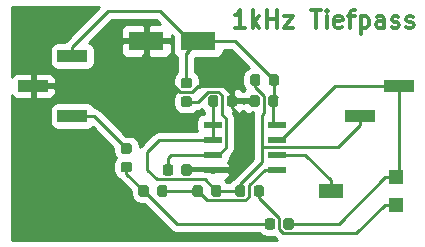
<source format=gbr>
G04 #@! TF.GenerationSoftware,KiCad,Pcbnew,5.0.0*
G04 #@! TF.CreationDate,2018-09-06T16:24:21+02:00*
G04 #@! TF.ProjectId,active_filter,6163746976655F66696C7465722E6B69,rev?*
G04 #@! TF.SameCoordinates,Original*
G04 #@! TF.FileFunction,Copper,L1,Top,Signal*
G04 #@! TF.FilePolarity,Positive*
%FSLAX46Y46*%
G04 Gerber Fmt 4.6, Leading zero omitted, Abs format (unit mm)*
G04 Created by KiCad (PCBNEW 5.0.0) date Thu Sep  6 16:24:21 2018*
%MOMM*%
%LPD*%
G01*
G04 APERTURE LIST*
G04 #@! TA.AperFunction,NonConductor*
%ADD10C,0.300000*%
G04 #@! TD*
G04 #@! TA.AperFunction,SMDPad,CuDef*
%ADD11R,1.550000X0.600000*%
G04 #@! TD*
G04 #@! TA.AperFunction,Conductor*
%ADD12C,0.100000*%
G04 #@! TD*
G04 #@! TA.AperFunction,SMDPad,CuDef*
%ADD13C,0.875000*%
G04 #@! TD*
G04 #@! TA.AperFunction,SMDPad,CuDef*
%ADD14R,3.000000X1.600000*%
G04 #@! TD*
G04 #@! TA.AperFunction,SMDPad,CuDef*
%ADD15R,2.510000X1.000000*%
G04 #@! TD*
G04 #@! TA.AperFunction,SMDPad,CuDef*
%ADD16R,1.300000X1.300000*%
G04 #@! TD*
G04 #@! TA.AperFunction,SMDPad,CuDef*
%ADD17R,2.000000X1.300000*%
G04 #@! TD*
G04 #@! TA.AperFunction,Conductor*
%ADD18C,0.250000*%
G04 #@! TD*
G04 #@! TA.AperFunction,Conductor*
%ADD19C,0.254000*%
G04 #@! TD*
G04 APERTURE END LIST*
D10*
X38243714Y-24300571D02*
X37386571Y-24300571D01*
X37815142Y-24300571D02*
X37815142Y-22800571D01*
X37672285Y-23014857D01*
X37529428Y-23157714D01*
X37386571Y-23229142D01*
X38886571Y-24300571D02*
X38886571Y-22800571D01*
X39029428Y-23729142D02*
X39458000Y-24300571D01*
X39458000Y-23300571D02*
X38886571Y-23872000D01*
X40100857Y-24300571D02*
X40100857Y-22800571D01*
X40100857Y-23514857D02*
X40958000Y-23514857D01*
X40958000Y-24300571D02*
X40958000Y-22800571D01*
X41529428Y-23300571D02*
X42315142Y-23300571D01*
X41529428Y-24300571D01*
X42315142Y-24300571D01*
X43815142Y-22800571D02*
X44672285Y-22800571D01*
X44243714Y-24300571D02*
X44243714Y-22800571D01*
X45172285Y-24300571D02*
X45172285Y-23300571D01*
X45172285Y-22800571D02*
X45100857Y-22872000D01*
X45172285Y-22943428D01*
X45243714Y-22872000D01*
X45172285Y-22800571D01*
X45172285Y-22943428D01*
X46458000Y-24229142D02*
X46315142Y-24300571D01*
X46029428Y-24300571D01*
X45886571Y-24229142D01*
X45815142Y-24086285D01*
X45815142Y-23514857D01*
X45886571Y-23372000D01*
X46029428Y-23300571D01*
X46315142Y-23300571D01*
X46458000Y-23372000D01*
X46529428Y-23514857D01*
X46529428Y-23657714D01*
X45815142Y-23800571D01*
X46958000Y-23300571D02*
X47529428Y-23300571D01*
X47172285Y-24300571D02*
X47172285Y-23014857D01*
X47243714Y-22872000D01*
X47386571Y-22800571D01*
X47529428Y-22800571D01*
X48029428Y-23300571D02*
X48029428Y-24800571D01*
X48029428Y-23372000D02*
X48172285Y-23300571D01*
X48458000Y-23300571D01*
X48600857Y-23372000D01*
X48672285Y-23443428D01*
X48743714Y-23586285D01*
X48743714Y-24014857D01*
X48672285Y-24157714D01*
X48600857Y-24229142D01*
X48458000Y-24300571D01*
X48172285Y-24300571D01*
X48029428Y-24229142D01*
X50029428Y-24300571D02*
X50029428Y-23514857D01*
X49958000Y-23372000D01*
X49815142Y-23300571D01*
X49529428Y-23300571D01*
X49386571Y-23372000D01*
X50029428Y-24229142D02*
X49886571Y-24300571D01*
X49529428Y-24300571D01*
X49386571Y-24229142D01*
X49315142Y-24086285D01*
X49315142Y-23943428D01*
X49386571Y-23800571D01*
X49529428Y-23729142D01*
X49886571Y-23729142D01*
X50029428Y-23657714D01*
X50672285Y-24229142D02*
X50815142Y-24300571D01*
X51100857Y-24300571D01*
X51243714Y-24229142D01*
X51315142Y-24086285D01*
X51315142Y-24014857D01*
X51243714Y-23872000D01*
X51100857Y-23800571D01*
X50886571Y-23800571D01*
X50743714Y-23729142D01*
X50672285Y-23586285D01*
X50672285Y-23514857D01*
X50743714Y-23372000D01*
X50886571Y-23300571D01*
X51100857Y-23300571D01*
X51243714Y-23372000D01*
X51886571Y-24229142D02*
X52029428Y-24300571D01*
X52315142Y-24300571D01*
X52457999Y-24229142D01*
X52529428Y-24086285D01*
X52529428Y-24014857D01*
X52457999Y-23872000D01*
X52315142Y-23800571D01*
X52100857Y-23800571D01*
X51957999Y-23729142D01*
X51886571Y-23586285D01*
X51886571Y-23514857D01*
X51957999Y-23372000D01*
X52100857Y-23300571D01*
X52315142Y-23300571D01*
X52457999Y-23372000D01*
D11*
G04 #@! TO.P,U1,1*
G04 #@! TO.N,REF*
X35527000Y-32512000D03*
G04 #@! TO.P,U1,2*
X35527000Y-33782000D03*
G04 #@! TO.P,U1,3*
G04 #@! TO.N,Net-(R5-Pad2)*
X35527000Y-35052000D03*
G04 #@! TO.P,U1,4*
G04 #@! TO.N,GND*
X35527000Y-36322000D03*
G04 #@! TO.P,U1,5*
G04 #@! TO.N,Net-(C2-Pad1)*
X40927000Y-36322000D03*
G04 #@! TO.P,U1,6*
G04 #@! TO.N,Net-(RV4-Pad2)*
X40927000Y-35052000D03*
G04 #@! TO.P,U1,7*
G04 #@! TO.N,OUT*
X40927000Y-33782000D03*
G04 #@! TO.P,U1,8*
G04 #@! TO.N,+10V*
X40927000Y-32512000D03*
G04 #@! TD*
D12*
G04 #@! TO.N,Net-(C2-Pad1)*
G04 #@! TO.C,C2*
G36*
X34479191Y-37626053D02*
X34500426Y-37629203D01*
X34521250Y-37634419D01*
X34541462Y-37641651D01*
X34560868Y-37650830D01*
X34579281Y-37661866D01*
X34596524Y-37674654D01*
X34612430Y-37689070D01*
X34626846Y-37704976D01*
X34639634Y-37722219D01*
X34650670Y-37740632D01*
X34659849Y-37760038D01*
X34667081Y-37780250D01*
X34672297Y-37801074D01*
X34675447Y-37822309D01*
X34676500Y-37843750D01*
X34676500Y-38356250D01*
X34675447Y-38377691D01*
X34672297Y-38398926D01*
X34667081Y-38419750D01*
X34659849Y-38439962D01*
X34650670Y-38459368D01*
X34639634Y-38477781D01*
X34626846Y-38495024D01*
X34612430Y-38510930D01*
X34596524Y-38525346D01*
X34579281Y-38538134D01*
X34560868Y-38549170D01*
X34541462Y-38558349D01*
X34521250Y-38565581D01*
X34500426Y-38570797D01*
X34479191Y-38573947D01*
X34457750Y-38575000D01*
X34020250Y-38575000D01*
X33998809Y-38573947D01*
X33977574Y-38570797D01*
X33956750Y-38565581D01*
X33936538Y-38558349D01*
X33917132Y-38549170D01*
X33898719Y-38538134D01*
X33881476Y-38525346D01*
X33865570Y-38510930D01*
X33851154Y-38495024D01*
X33838366Y-38477781D01*
X33827330Y-38459368D01*
X33818151Y-38439962D01*
X33810919Y-38419750D01*
X33805703Y-38398926D01*
X33802553Y-38377691D01*
X33801500Y-38356250D01*
X33801500Y-37843750D01*
X33802553Y-37822309D01*
X33805703Y-37801074D01*
X33810919Y-37780250D01*
X33818151Y-37760038D01*
X33827330Y-37740632D01*
X33838366Y-37722219D01*
X33851154Y-37704976D01*
X33865570Y-37689070D01*
X33881476Y-37674654D01*
X33898719Y-37661866D01*
X33917132Y-37650830D01*
X33936538Y-37641651D01*
X33956750Y-37634419D01*
X33977574Y-37629203D01*
X33998809Y-37626053D01*
X34020250Y-37625000D01*
X34457750Y-37625000D01*
X34479191Y-37626053D01*
X34479191Y-37626053D01*
G37*
D13*
G04 #@! TD*
G04 #@! TO.P,C2,1*
G04 #@! TO.N,Net-(C2-Pad1)*
X34239000Y-38100000D03*
D12*
G04 #@! TO.N,REF*
G04 #@! TO.C,C2*
G36*
X36054191Y-37626053D02*
X36075426Y-37629203D01*
X36096250Y-37634419D01*
X36116462Y-37641651D01*
X36135868Y-37650830D01*
X36154281Y-37661866D01*
X36171524Y-37674654D01*
X36187430Y-37689070D01*
X36201846Y-37704976D01*
X36214634Y-37722219D01*
X36225670Y-37740632D01*
X36234849Y-37760038D01*
X36242081Y-37780250D01*
X36247297Y-37801074D01*
X36250447Y-37822309D01*
X36251500Y-37843750D01*
X36251500Y-38356250D01*
X36250447Y-38377691D01*
X36247297Y-38398926D01*
X36242081Y-38419750D01*
X36234849Y-38439962D01*
X36225670Y-38459368D01*
X36214634Y-38477781D01*
X36201846Y-38495024D01*
X36187430Y-38510930D01*
X36171524Y-38525346D01*
X36154281Y-38538134D01*
X36135868Y-38549170D01*
X36116462Y-38558349D01*
X36096250Y-38565581D01*
X36075426Y-38570797D01*
X36054191Y-38573947D01*
X36032750Y-38575000D01*
X35595250Y-38575000D01*
X35573809Y-38573947D01*
X35552574Y-38570797D01*
X35531750Y-38565581D01*
X35511538Y-38558349D01*
X35492132Y-38549170D01*
X35473719Y-38538134D01*
X35456476Y-38525346D01*
X35440570Y-38510930D01*
X35426154Y-38495024D01*
X35413366Y-38477781D01*
X35402330Y-38459368D01*
X35393151Y-38439962D01*
X35385919Y-38419750D01*
X35380703Y-38398926D01*
X35377553Y-38377691D01*
X35376500Y-38356250D01*
X35376500Y-37843750D01*
X35377553Y-37822309D01*
X35380703Y-37801074D01*
X35385919Y-37780250D01*
X35393151Y-37760038D01*
X35402330Y-37740632D01*
X35413366Y-37722219D01*
X35426154Y-37704976D01*
X35440570Y-37689070D01*
X35456476Y-37674654D01*
X35473719Y-37661866D01*
X35492132Y-37650830D01*
X35511538Y-37641651D01*
X35531750Y-37634419D01*
X35552574Y-37629203D01*
X35573809Y-37626053D01*
X35595250Y-37625000D01*
X36032750Y-37625000D01*
X36054191Y-37626053D01*
X36054191Y-37626053D01*
G37*
D13*
G04 #@! TD*
G04 #@! TO.P,C2,2*
G04 #@! TO.N,REF*
X35814000Y-38100000D03*
D12*
G04 #@! TO.N,Net-(C1-Pad2)*
G04 #@! TO.C,C1*
G36*
X40600691Y-40420053D02*
X40621926Y-40423203D01*
X40642750Y-40428419D01*
X40662962Y-40435651D01*
X40682368Y-40444830D01*
X40700781Y-40455866D01*
X40718024Y-40468654D01*
X40733930Y-40483070D01*
X40748346Y-40498976D01*
X40761134Y-40516219D01*
X40772170Y-40534632D01*
X40781349Y-40554038D01*
X40788581Y-40574250D01*
X40793797Y-40595074D01*
X40796947Y-40616309D01*
X40798000Y-40637750D01*
X40798000Y-41150250D01*
X40796947Y-41171691D01*
X40793797Y-41192926D01*
X40788581Y-41213750D01*
X40781349Y-41233962D01*
X40772170Y-41253368D01*
X40761134Y-41271781D01*
X40748346Y-41289024D01*
X40733930Y-41304930D01*
X40718024Y-41319346D01*
X40700781Y-41332134D01*
X40682368Y-41343170D01*
X40662962Y-41352349D01*
X40642750Y-41359581D01*
X40621926Y-41364797D01*
X40600691Y-41367947D01*
X40579250Y-41369000D01*
X40141750Y-41369000D01*
X40120309Y-41367947D01*
X40099074Y-41364797D01*
X40078250Y-41359581D01*
X40058038Y-41352349D01*
X40038632Y-41343170D01*
X40020219Y-41332134D01*
X40002976Y-41319346D01*
X39987070Y-41304930D01*
X39972654Y-41289024D01*
X39959866Y-41271781D01*
X39948830Y-41253368D01*
X39939651Y-41233962D01*
X39932419Y-41213750D01*
X39927203Y-41192926D01*
X39924053Y-41171691D01*
X39923000Y-41150250D01*
X39923000Y-40637750D01*
X39924053Y-40616309D01*
X39927203Y-40595074D01*
X39932419Y-40574250D01*
X39939651Y-40554038D01*
X39948830Y-40534632D01*
X39959866Y-40516219D01*
X39972654Y-40498976D01*
X39987070Y-40483070D01*
X40002976Y-40468654D01*
X40020219Y-40455866D01*
X40038632Y-40444830D01*
X40058038Y-40435651D01*
X40078250Y-40428419D01*
X40099074Y-40423203D01*
X40120309Y-40420053D01*
X40141750Y-40419000D01*
X40579250Y-40419000D01*
X40600691Y-40420053D01*
X40600691Y-40420053D01*
G37*
D13*
G04 #@! TD*
G04 #@! TO.P,C1,2*
G04 #@! TO.N,Net-(C1-Pad2)*
X40360500Y-40894000D03*
D12*
G04 #@! TO.N,OUT*
G04 #@! TO.C,C1*
G36*
X42175691Y-40420053D02*
X42196926Y-40423203D01*
X42217750Y-40428419D01*
X42237962Y-40435651D01*
X42257368Y-40444830D01*
X42275781Y-40455866D01*
X42293024Y-40468654D01*
X42308930Y-40483070D01*
X42323346Y-40498976D01*
X42336134Y-40516219D01*
X42347170Y-40534632D01*
X42356349Y-40554038D01*
X42363581Y-40574250D01*
X42368797Y-40595074D01*
X42371947Y-40616309D01*
X42373000Y-40637750D01*
X42373000Y-41150250D01*
X42371947Y-41171691D01*
X42368797Y-41192926D01*
X42363581Y-41213750D01*
X42356349Y-41233962D01*
X42347170Y-41253368D01*
X42336134Y-41271781D01*
X42323346Y-41289024D01*
X42308930Y-41304930D01*
X42293024Y-41319346D01*
X42275781Y-41332134D01*
X42257368Y-41343170D01*
X42237962Y-41352349D01*
X42217750Y-41359581D01*
X42196926Y-41364797D01*
X42175691Y-41367947D01*
X42154250Y-41369000D01*
X41716750Y-41369000D01*
X41695309Y-41367947D01*
X41674074Y-41364797D01*
X41653250Y-41359581D01*
X41633038Y-41352349D01*
X41613632Y-41343170D01*
X41595219Y-41332134D01*
X41577976Y-41319346D01*
X41562070Y-41304930D01*
X41547654Y-41289024D01*
X41534866Y-41271781D01*
X41523830Y-41253368D01*
X41514651Y-41233962D01*
X41507419Y-41213750D01*
X41502203Y-41192926D01*
X41499053Y-41171691D01*
X41498000Y-41150250D01*
X41498000Y-40637750D01*
X41499053Y-40616309D01*
X41502203Y-40595074D01*
X41507419Y-40574250D01*
X41514651Y-40554038D01*
X41523830Y-40534632D01*
X41534866Y-40516219D01*
X41547654Y-40498976D01*
X41562070Y-40483070D01*
X41577976Y-40468654D01*
X41595219Y-40455866D01*
X41613632Y-40444830D01*
X41633038Y-40435651D01*
X41653250Y-40428419D01*
X41674074Y-40423203D01*
X41695309Y-40420053D01*
X41716750Y-40419000D01*
X42154250Y-40419000D01*
X42175691Y-40420053D01*
X42175691Y-40420053D01*
G37*
D13*
G04 #@! TD*
G04 #@! TO.P,C1,1*
G04 #@! TO.N,OUT*
X41935500Y-40894000D03*
D14*
G04 #@! TO.P,C10,1*
G04 #@! TO.N,+10V*
X34290000Y-25400000D03*
G04 #@! TO.P,C10,2*
G04 #@! TO.N,GND*
X29890000Y-25400000D03*
G04 #@! TD*
D12*
G04 #@! TO.N,+10V*
G04 #@! TO.C,C11*
G36*
X40880191Y-30006053D02*
X40901426Y-30009203D01*
X40922250Y-30014419D01*
X40942462Y-30021651D01*
X40961868Y-30030830D01*
X40980281Y-30041866D01*
X40997524Y-30054654D01*
X41013430Y-30069070D01*
X41027846Y-30084976D01*
X41040634Y-30102219D01*
X41051670Y-30120632D01*
X41060849Y-30140038D01*
X41068081Y-30160250D01*
X41073297Y-30181074D01*
X41076447Y-30202309D01*
X41077500Y-30223750D01*
X41077500Y-30736250D01*
X41076447Y-30757691D01*
X41073297Y-30778926D01*
X41068081Y-30799750D01*
X41060849Y-30819962D01*
X41051670Y-30839368D01*
X41040634Y-30857781D01*
X41027846Y-30875024D01*
X41013430Y-30890930D01*
X40997524Y-30905346D01*
X40980281Y-30918134D01*
X40961868Y-30929170D01*
X40942462Y-30938349D01*
X40922250Y-30945581D01*
X40901426Y-30950797D01*
X40880191Y-30953947D01*
X40858750Y-30955000D01*
X40421250Y-30955000D01*
X40399809Y-30953947D01*
X40378574Y-30950797D01*
X40357750Y-30945581D01*
X40337538Y-30938349D01*
X40318132Y-30929170D01*
X40299719Y-30918134D01*
X40282476Y-30905346D01*
X40266570Y-30890930D01*
X40252154Y-30875024D01*
X40239366Y-30857781D01*
X40228330Y-30839368D01*
X40219151Y-30819962D01*
X40211919Y-30799750D01*
X40206703Y-30778926D01*
X40203553Y-30757691D01*
X40202500Y-30736250D01*
X40202500Y-30223750D01*
X40203553Y-30202309D01*
X40206703Y-30181074D01*
X40211919Y-30160250D01*
X40219151Y-30140038D01*
X40228330Y-30120632D01*
X40239366Y-30102219D01*
X40252154Y-30084976D01*
X40266570Y-30069070D01*
X40282476Y-30054654D01*
X40299719Y-30041866D01*
X40318132Y-30030830D01*
X40337538Y-30021651D01*
X40357750Y-30014419D01*
X40378574Y-30009203D01*
X40399809Y-30006053D01*
X40421250Y-30005000D01*
X40858750Y-30005000D01*
X40880191Y-30006053D01*
X40880191Y-30006053D01*
G37*
D13*
G04 #@! TD*
G04 #@! TO.P,C11,1*
G04 #@! TO.N,+10V*
X40640000Y-30480000D03*
D12*
G04 #@! TO.N,GND*
G04 #@! TO.C,C11*
G36*
X39305191Y-30006053D02*
X39326426Y-30009203D01*
X39347250Y-30014419D01*
X39367462Y-30021651D01*
X39386868Y-30030830D01*
X39405281Y-30041866D01*
X39422524Y-30054654D01*
X39438430Y-30069070D01*
X39452846Y-30084976D01*
X39465634Y-30102219D01*
X39476670Y-30120632D01*
X39485849Y-30140038D01*
X39493081Y-30160250D01*
X39498297Y-30181074D01*
X39501447Y-30202309D01*
X39502500Y-30223750D01*
X39502500Y-30736250D01*
X39501447Y-30757691D01*
X39498297Y-30778926D01*
X39493081Y-30799750D01*
X39485849Y-30819962D01*
X39476670Y-30839368D01*
X39465634Y-30857781D01*
X39452846Y-30875024D01*
X39438430Y-30890930D01*
X39422524Y-30905346D01*
X39405281Y-30918134D01*
X39386868Y-30929170D01*
X39367462Y-30938349D01*
X39347250Y-30945581D01*
X39326426Y-30950797D01*
X39305191Y-30953947D01*
X39283750Y-30955000D01*
X38846250Y-30955000D01*
X38824809Y-30953947D01*
X38803574Y-30950797D01*
X38782750Y-30945581D01*
X38762538Y-30938349D01*
X38743132Y-30929170D01*
X38724719Y-30918134D01*
X38707476Y-30905346D01*
X38691570Y-30890930D01*
X38677154Y-30875024D01*
X38664366Y-30857781D01*
X38653330Y-30839368D01*
X38644151Y-30819962D01*
X38636919Y-30799750D01*
X38631703Y-30778926D01*
X38628553Y-30757691D01*
X38627500Y-30736250D01*
X38627500Y-30223750D01*
X38628553Y-30202309D01*
X38631703Y-30181074D01*
X38636919Y-30160250D01*
X38644151Y-30140038D01*
X38653330Y-30120632D01*
X38664366Y-30102219D01*
X38677154Y-30084976D01*
X38691570Y-30069070D01*
X38707476Y-30054654D01*
X38724719Y-30041866D01*
X38743132Y-30030830D01*
X38762538Y-30021651D01*
X38782750Y-30014419D01*
X38803574Y-30009203D01*
X38824809Y-30006053D01*
X38846250Y-30005000D01*
X39283750Y-30005000D01*
X39305191Y-30006053D01*
X39305191Y-30006053D01*
G37*
D13*
G04 #@! TD*
G04 #@! TO.P,C11,2*
G04 #@! TO.N,GND*
X39065000Y-30480000D03*
D12*
G04 #@! TO.N,+10V*
G04 #@! TO.C,C12*
G36*
X40931191Y-28228053D02*
X40952426Y-28231203D01*
X40973250Y-28236419D01*
X40993462Y-28243651D01*
X41012868Y-28252830D01*
X41031281Y-28263866D01*
X41048524Y-28276654D01*
X41064430Y-28291070D01*
X41078846Y-28306976D01*
X41091634Y-28324219D01*
X41102670Y-28342632D01*
X41111849Y-28362038D01*
X41119081Y-28382250D01*
X41124297Y-28403074D01*
X41127447Y-28424309D01*
X41128500Y-28445750D01*
X41128500Y-28958250D01*
X41127447Y-28979691D01*
X41124297Y-29000926D01*
X41119081Y-29021750D01*
X41111849Y-29041962D01*
X41102670Y-29061368D01*
X41091634Y-29079781D01*
X41078846Y-29097024D01*
X41064430Y-29112930D01*
X41048524Y-29127346D01*
X41031281Y-29140134D01*
X41012868Y-29151170D01*
X40993462Y-29160349D01*
X40973250Y-29167581D01*
X40952426Y-29172797D01*
X40931191Y-29175947D01*
X40909750Y-29177000D01*
X40472250Y-29177000D01*
X40450809Y-29175947D01*
X40429574Y-29172797D01*
X40408750Y-29167581D01*
X40388538Y-29160349D01*
X40369132Y-29151170D01*
X40350719Y-29140134D01*
X40333476Y-29127346D01*
X40317570Y-29112930D01*
X40303154Y-29097024D01*
X40290366Y-29079781D01*
X40279330Y-29061368D01*
X40270151Y-29041962D01*
X40262919Y-29021750D01*
X40257703Y-29000926D01*
X40254553Y-28979691D01*
X40253500Y-28958250D01*
X40253500Y-28445750D01*
X40254553Y-28424309D01*
X40257703Y-28403074D01*
X40262919Y-28382250D01*
X40270151Y-28362038D01*
X40279330Y-28342632D01*
X40290366Y-28324219D01*
X40303154Y-28306976D01*
X40317570Y-28291070D01*
X40333476Y-28276654D01*
X40350719Y-28263866D01*
X40369132Y-28252830D01*
X40388538Y-28243651D01*
X40408750Y-28236419D01*
X40429574Y-28231203D01*
X40450809Y-28228053D01*
X40472250Y-28227000D01*
X40909750Y-28227000D01*
X40931191Y-28228053D01*
X40931191Y-28228053D01*
G37*
D13*
G04 #@! TD*
G04 #@! TO.P,C12,1*
G04 #@! TO.N,+10V*
X40691000Y-28702000D03*
D12*
G04 #@! TO.N,REF*
G04 #@! TO.C,C12*
G36*
X39356191Y-28228053D02*
X39377426Y-28231203D01*
X39398250Y-28236419D01*
X39418462Y-28243651D01*
X39437868Y-28252830D01*
X39456281Y-28263866D01*
X39473524Y-28276654D01*
X39489430Y-28291070D01*
X39503846Y-28306976D01*
X39516634Y-28324219D01*
X39527670Y-28342632D01*
X39536849Y-28362038D01*
X39544081Y-28382250D01*
X39549297Y-28403074D01*
X39552447Y-28424309D01*
X39553500Y-28445750D01*
X39553500Y-28958250D01*
X39552447Y-28979691D01*
X39549297Y-29000926D01*
X39544081Y-29021750D01*
X39536849Y-29041962D01*
X39527670Y-29061368D01*
X39516634Y-29079781D01*
X39503846Y-29097024D01*
X39489430Y-29112930D01*
X39473524Y-29127346D01*
X39456281Y-29140134D01*
X39437868Y-29151170D01*
X39418462Y-29160349D01*
X39398250Y-29167581D01*
X39377426Y-29172797D01*
X39356191Y-29175947D01*
X39334750Y-29177000D01*
X38897250Y-29177000D01*
X38875809Y-29175947D01*
X38854574Y-29172797D01*
X38833750Y-29167581D01*
X38813538Y-29160349D01*
X38794132Y-29151170D01*
X38775719Y-29140134D01*
X38758476Y-29127346D01*
X38742570Y-29112930D01*
X38728154Y-29097024D01*
X38715366Y-29079781D01*
X38704330Y-29061368D01*
X38695151Y-29041962D01*
X38687919Y-29021750D01*
X38682703Y-29000926D01*
X38679553Y-28979691D01*
X38678500Y-28958250D01*
X38678500Y-28445750D01*
X38679553Y-28424309D01*
X38682703Y-28403074D01*
X38687919Y-28382250D01*
X38695151Y-28362038D01*
X38704330Y-28342632D01*
X38715366Y-28324219D01*
X38728154Y-28306976D01*
X38742570Y-28291070D01*
X38758476Y-28276654D01*
X38775719Y-28263866D01*
X38794132Y-28252830D01*
X38813538Y-28243651D01*
X38833750Y-28236419D01*
X38854574Y-28231203D01*
X38875809Y-28228053D01*
X38897250Y-28227000D01*
X39334750Y-28227000D01*
X39356191Y-28228053D01*
X39356191Y-28228053D01*
G37*
D13*
G04 #@! TD*
G04 #@! TO.P,C12,2*
G04 #@! TO.N,REF*
X39116000Y-28702000D03*
D12*
G04 #@! TO.N,GND*
G04 #@! TO.C,C13*
G36*
X37375191Y-30006053D02*
X37396426Y-30009203D01*
X37417250Y-30014419D01*
X37437462Y-30021651D01*
X37456868Y-30030830D01*
X37475281Y-30041866D01*
X37492524Y-30054654D01*
X37508430Y-30069070D01*
X37522846Y-30084976D01*
X37535634Y-30102219D01*
X37546670Y-30120632D01*
X37555849Y-30140038D01*
X37563081Y-30160250D01*
X37568297Y-30181074D01*
X37571447Y-30202309D01*
X37572500Y-30223750D01*
X37572500Y-30736250D01*
X37571447Y-30757691D01*
X37568297Y-30778926D01*
X37563081Y-30799750D01*
X37555849Y-30819962D01*
X37546670Y-30839368D01*
X37535634Y-30857781D01*
X37522846Y-30875024D01*
X37508430Y-30890930D01*
X37492524Y-30905346D01*
X37475281Y-30918134D01*
X37456868Y-30929170D01*
X37437462Y-30938349D01*
X37417250Y-30945581D01*
X37396426Y-30950797D01*
X37375191Y-30953947D01*
X37353750Y-30955000D01*
X36916250Y-30955000D01*
X36894809Y-30953947D01*
X36873574Y-30950797D01*
X36852750Y-30945581D01*
X36832538Y-30938349D01*
X36813132Y-30929170D01*
X36794719Y-30918134D01*
X36777476Y-30905346D01*
X36761570Y-30890930D01*
X36747154Y-30875024D01*
X36734366Y-30857781D01*
X36723330Y-30839368D01*
X36714151Y-30819962D01*
X36706919Y-30799750D01*
X36701703Y-30778926D01*
X36698553Y-30757691D01*
X36697500Y-30736250D01*
X36697500Y-30223750D01*
X36698553Y-30202309D01*
X36701703Y-30181074D01*
X36706919Y-30160250D01*
X36714151Y-30140038D01*
X36723330Y-30120632D01*
X36734366Y-30102219D01*
X36747154Y-30084976D01*
X36761570Y-30069070D01*
X36777476Y-30054654D01*
X36794719Y-30041866D01*
X36813132Y-30030830D01*
X36832538Y-30021651D01*
X36852750Y-30014419D01*
X36873574Y-30009203D01*
X36894809Y-30006053D01*
X36916250Y-30005000D01*
X37353750Y-30005000D01*
X37375191Y-30006053D01*
X37375191Y-30006053D01*
G37*
D13*
G04 #@! TD*
G04 #@! TO.P,C13,2*
G04 #@! TO.N,GND*
X37135000Y-30480000D03*
D12*
G04 #@! TO.N,REF*
G04 #@! TO.C,C13*
G36*
X35800191Y-30006053D02*
X35821426Y-30009203D01*
X35842250Y-30014419D01*
X35862462Y-30021651D01*
X35881868Y-30030830D01*
X35900281Y-30041866D01*
X35917524Y-30054654D01*
X35933430Y-30069070D01*
X35947846Y-30084976D01*
X35960634Y-30102219D01*
X35971670Y-30120632D01*
X35980849Y-30140038D01*
X35988081Y-30160250D01*
X35993297Y-30181074D01*
X35996447Y-30202309D01*
X35997500Y-30223750D01*
X35997500Y-30736250D01*
X35996447Y-30757691D01*
X35993297Y-30778926D01*
X35988081Y-30799750D01*
X35980849Y-30819962D01*
X35971670Y-30839368D01*
X35960634Y-30857781D01*
X35947846Y-30875024D01*
X35933430Y-30890930D01*
X35917524Y-30905346D01*
X35900281Y-30918134D01*
X35881868Y-30929170D01*
X35862462Y-30938349D01*
X35842250Y-30945581D01*
X35821426Y-30950797D01*
X35800191Y-30953947D01*
X35778750Y-30955000D01*
X35341250Y-30955000D01*
X35319809Y-30953947D01*
X35298574Y-30950797D01*
X35277750Y-30945581D01*
X35257538Y-30938349D01*
X35238132Y-30929170D01*
X35219719Y-30918134D01*
X35202476Y-30905346D01*
X35186570Y-30890930D01*
X35172154Y-30875024D01*
X35159366Y-30857781D01*
X35148330Y-30839368D01*
X35139151Y-30819962D01*
X35131919Y-30799750D01*
X35126703Y-30778926D01*
X35123553Y-30757691D01*
X35122500Y-30736250D01*
X35122500Y-30223750D01*
X35123553Y-30202309D01*
X35126703Y-30181074D01*
X35131919Y-30160250D01*
X35139151Y-30140038D01*
X35148330Y-30120632D01*
X35159366Y-30102219D01*
X35172154Y-30084976D01*
X35186570Y-30069070D01*
X35202476Y-30054654D01*
X35219719Y-30041866D01*
X35238132Y-30030830D01*
X35257538Y-30021651D01*
X35277750Y-30014419D01*
X35298574Y-30009203D01*
X35319809Y-30006053D01*
X35341250Y-30005000D01*
X35778750Y-30005000D01*
X35800191Y-30006053D01*
X35800191Y-30006053D01*
G37*
D13*
G04 #@! TD*
G04 #@! TO.P,C13,1*
G04 #@! TO.N,REF*
X35560000Y-30480000D03*
D15*
G04 #@! TO.P,J1,2*
G04 #@! TO.N,GND*
X20320000Y-29210000D03*
G04 #@! TO.P,J1,1*
G04 #@! TO.N,+10V*
X23630000Y-26670000D03*
G04 #@! TO.P,J1,3*
G04 #@! TO.N,IN*
X23630000Y-31750000D03*
G04 #@! TD*
G04 #@! TO.P,J2,2*
G04 #@! TO.N,REF*
X48006000Y-31750000D03*
G04 #@! TO.P,J2,1*
G04 #@! TO.N,OUT*
X51316000Y-29210000D03*
G04 #@! TD*
D12*
G04 #@! TO.N,Net-(C1-Pad2)*
G04 #@! TO.C,R1*
G36*
X28471691Y-35631553D02*
X28492926Y-35634703D01*
X28513750Y-35639919D01*
X28533962Y-35647151D01*
X28553368Y-35656330D01*
X28571781Y-35667366D01*
X28589024Y-35680154D01*
X28604930Y-35694570D01*
X28619346Y-35710476D01*
X28632134Y-35727719D01*
X28643170Y-35746132D01*
X28652349Y-35765538D01*
X28659581Y-35785750D01*
X28664797Y-35806574D01*
X28667947Y-35827809D01*
X28669000Y-35849250D01*
X28669000Y-36286750D01*
X28667947Y-36308191D01*
X28664797Y-36329426D01*
X28659581Y-36350250D01*
X28652349Y-36370462D01*
X28643170Y-36389868D01*
X28632134Y-36408281D01*
X28619346Y-36425524D01*
X28604930Y-36441430D01*
X28589024Y-36455846D01*
X28571781Y-36468634D01*
X28553368Y-36479670D01*
X28533962Y-36488849D01*
X28513750Y-36496081D01*
X28492926Y-36501297D01*
X28471691Y-36504447D01*
X28450250Y-36505500D01*
X27937750Y-36505500D01*
X27916309Y-36504447D01*
X27895074Y-36501297D01*
X27874250Y-36496081D01*
X27854038Y-36488849D01*
X27834632Y-36479670D01*
X27816219Y-36468634D01*
X27798976Y-36455846D01*
X27783070Y-36441430D01*
X27768654Y-36425524D01*
X27755866Y-36408281D01*
X27744830Y-36389868D01*
X27735651Y-36370462D01*
X27728419Y-36350250D01*
X27723203Y-36329426D01*
X27720053Y-36308191D01*
X27719000Y-36286750D01*
X27719000Y-35849250D01*
X27720053Y-35827809D01*
X27723203Y-35806574D01*
X27728419Y-35785750D01*
X27735651Y-35765538D01*
X27744830Y-35746132D01*
X27755866Y-35727719D01*
X27768654Y-35710476D01*
X27783070Y-35694570D01*
X27798976Y-35680154D01*
X27816219Y-35667366D01*
X27834632Y-35656330D01*
X27854038Y-35647151D01*
X27874250Y-35639919D01*
X27895074Y-35634703D01*
X27916309Y-35631553D01*
X27937750Y-35630500D01*
X28450250Y-35630500D01*
X28471691Y-35631553D01*
X28471691Y-35631553D01*
G37*
D13*
G04 #@! TD*
G04 #@! TO.P,R1,2*
G04 #@! TO.N,Net-(C1-Pad2)*
X28194000Y-36068000D03*
D12*
G04 #@! TO.N,IN*
G04 #@! TO.C,R1*
G36*
X28471691Y-34056553D02*
X28492926Y-34059703D01*
X28513750Y-34064919D01*
X28533962Y-34072151D01*
X28553368Y-34081330D01*
X28571781Y-34092366D01*
X28589024Y-34105154D01*
X28604930Y-34119570D01*
X28619346Y-34135476D01*
X28632134Y-34152719D01*
X28643170Y-34171132D01*
X28652349Y-34190538D01*
X28659581Y-34210750D01*
X28664797Y-34231574D01*
X28667947Y-34252809D01*
X28669000Y-34274250D01*
X28669000Y-34711750D01*
X28667947Y-34733191D01*
X28664797Y-34754426D01*
X28659581Y-34775250D01*
X28652349Y-34795462D01*
X28643170Y-34814868D01*
X28632134Y-34833281D01*
X28619346Y-34850524D01*
X28604930Y-34866430D01*
X28589024Y-34880846D01*
X28571781Y-34893634D01*
X28553368Y-34904670D01*
X28533962Y-34913849D01*
X28513750Y-34921081D01*
X28492926Y-34926297D01*
X28471691Y-34929447D01*
X28450250Y-34930500D01*
X27937750Y-34930500D01*
X27916309Y-34929447D01*
X27895074Y-34926297D01*
X27874250Y-34921081D01*
X27854038Y-34913849D01*
X27834632Y-34904670D01*
X27816219Y-34893634D01*
X27798976Y-34880846D01*
X27783070Y-34866430D01*
X27768654Y-34850524D01*
X27755866Y-34833281D01*
X27744830Y-34814868D01*
X27735651Y-34795462D01*
X27728419Y-34775250D01*
X27723203Y-34754426D01*
X27720053Y-34733191D01*
X27719000Y-34711750D01*
X27719000Y-34274250D01*
X27720053Y-34252809D01*
X27723203Y-34231574D01*
X27728419Y-34210750D01*
X27735651Y-34190538D01*
X27744830Y-34171132D01*
X27755866Y-34152719D01*
X27768654Y-34135476D01*
X27783070Y-34119570D01*
X27798976Y-34105154D01*
X27816219Y-34092366D01*
X27834632Y-34081330D01*
X27854038Y-34072151D01*
X27874250Y-34064919D01*
X27895074Y-34059703D01*
X27916309Y-34056553D01*
X27937750Y-34055500D01*
X28450250Y-34055500D01*
X28471691Y-34056553D01*
X28471691Y-34056553D01*
G37*
D13*
G04 #@! TD*
G04 #@! TO.P,R1,1*
G04 #@! TO.N,IN*
X28194000Y-34493000D03*
D12*
G04 #@! TO.N,Net-(C1-Pad2)*
G04 #@! TO.C,R2*
G36*
X29907191Y-37626053D02*
X29928426Y-37629203D01*
X29949250Y-37634419D01*
X29969462Y-37641651D01*
X29988868Y-37650830D01*
X30007281Y-37661866D01*
X30024524Y-37674654D01*
X30040430Y-37689070D01*
X30054846Y-37704976D01*
X30067634Y-37722219D01*
X30078670Y-37740632D01*
X30087849Y-37760038D01*
X30095081Y-37780250D01*
X30100297Y-37801074D01*
X30103447Y-37822309D01*
X30104500Y-37843750D01*
X30104500Y-38356250D01*
X30103447Y-38377691D01*
X30100297Y-38398926D01*
X30095081Y-38419750D01*
X30087849Y-38439962D01*
X30078670Y-38459368D01*
X30067634Y-38477781D01*
X30054846Y-38495024D01*
X30040430Y-38510930D01*
X30024524Y-38525346D01*
X30007281Y-38538134D01*
X29988868Y-38549170D01*
X29969462Y-38558349D01*
X29949250Y-38565581D01*
X29928426Y-38570797D01*
X29907191Y-38573947D01*
X29885750Y-38575000D01*
X29448250Y-38575000D01*
X29426809Y-38573947D01*
X29405574Y-38570797D01*
X29384750Y-38565581D01*
X29364538Y-38558349D01*
X29345132Y-38549170D01*
X29326719Y-38538134D01*
X29309476Y-38525346D01*
X29293570Y-38510930D01*
X29279154Y-38495024D01*
X29266366Y-38477781D01*
X29255330Y-38459368D01*
X29246151Y-38439962D01*
X29238919Y-38419750D01*
X29233703Y-38398926D01*
X29230553Y-38377691D01*
X29229500Y-38356250D01*
X29229500Y-37843750D01*
X29230553Y-37822309D01*
X29233703Y-37801074D01*
X29238919Y-37780250D01*
X29246151Y-37760038D01*
X29255330Y-37740632D01*
X29266366Y-37722219D01*
X29279154Y-37704976D01*
X29293570Y-37689070D01*
X29309476Y-37674654D01*
X29326719Y-37661866D01*
X29345132Y-37650830D01*
X29364538Y-37641651D01*
X29384750Y-37634419D01*
X29405574Y-37629203D01*
X29426809Y-37626053D01*
X29448250Y-37625000D01*
X29885750Y-37625000D01*
X29907191Y-37626053D01*
X29907191Y-37626053D01*
G37*
D13*
G04 #@! TD*
G04 #@! TO.P,R2,1*
G04 #@! TO.N,Net-(C1-Pad2)*
X29667000Y-38100000D03*
D12*
G04 #@! TO.N,Net-(C2-Pad1)*
G04 #@! TO.C,R2*
G36*
X31482191Y-37626053D02*
X31503426Y-37629203D01*
X31524250Y-37634419D01*
X31544462Y-37641651D01*
X31563868Y-37650830D01*
X31582281Y-37661866D01*
X31599524Y-37674654D01*
X31615430Y-37689070D01*
X31629846Y-37704976D01*
X31642634Y-37722219D01*
X31653670Y-37740632D01*
X31662849Y-37760038D01*
X31670081Y-37780250D01*
X31675297Y-37801074D01*
X31678447Y-37822309D01*
X31679500Y-37843750D01*
X31679500Y-38356250D01*
X31678447Y-38377691D01*
X31675297Y-38398926D01*
X31670081Y-38419750D01*
X31662849Y-38439962D01*
X31653670Y-38459368D01*
X31642634Y-38477781D01*
X31629846Y-38495024D01*
X31615430Y-38510930D01*
X31599524Y-38525346D01*
X31582281Y-38538134D01*
X31563868Y-38549170D01*
X31544462Y-38558349D01*
X31524250Y-38565581D01*
X31503426Y-38570797D01*
X31482191Y-38573947D01*
X31460750Y-38575000D01*
X31023250Y-38575000D01*
X31001809Y-38573947D01*
X30980574Y-38570797D01*
X30959750Y-38565581D01*
X30939538Y-38558349D01*
X30920132Y-38549170D01*
X30901719Y-38538134D01*
X30884476Y-38525346D01*
X30868570Y-38510930D01*
X30854154Y-38495024D01*
X30841366Y-38477781D01*
X30830330Y-38459368D01*
X30821151Y-38439962D01*
X30813919Y-38419750D01*
X30808703Y-38398926D01*
X30805553Y-38377691D01*
X30804500Y-38356250D01*
X30804500Y-37843750D01*
X30805553Y-37822309D01*
X30808703Y-37801074D01*
X30813919Y-37780250D01*
X30821151Y-37760038D01*
X30830330Y-37740632D01*
X30841366Y-37722219D01*
X30854154Y-37704976D01*
X30868570Y-37689070D01*
X30884476Y-37674654D01*
X30901719Y-37661866D01*
X30920132Y-37650830D01*
X30939538Y-37641651D01*
X30959750Y-37634419D01*
X30980574Y-37629203D01*
X31001809Y-37626053D01*
X31023250Y-37625000D01*
X31460750Y-37625000D01*
X31482191Y-37626053D01*
X31482191Y-37626053D01*
G37*
D13*
G04 #@! TD*
G04 #@! TO.P,R2,2*
G04 #@! TO.N,Net-(C2-Pad1)*
X31242000Y-38100000D03*
D12*
G04 #@! TO.N,Net-(R3-Pad1)*
G04 #@! TO.C,R3*
G36*
X39661191Y-37626053D02*
X39682426Y-37629203D01*
X39703250Y-37634419D01*
X39723462Y-37641651D01*
X39742868Y-37650830D01*
X39761281Y-37661866D01*
X39778524Y-37674654D01*
X39794430Y-37689070D01*
X39808846Y-37704976D01*
X39821634Y-37722219D01*
X39832670Y-37740632D01*
X39841849Y-37760038D01*
X39849081Y-37780250D01*
X39854297Y-37801074D01*
X39857447Y-37822309D01*
X39858500Y-37843750D01*
X39858500Y-38356250D01*
X39857447Y-38377691D01*
X39854297Y-38398926D01*
X39849081Y-38419750D01*
X39841849Y-38439962D01*
X39832670Y-38459368D01*
X39821634Y-38477781D01*
X39808846Y-38495024D01*
X39794430Y-38510930D01*
X39778524Y-38525346D01*
X39761281Y-38538134D01*
X39742868Y-38549170D01*
X39723462Y-38558349D01*
X39703250Y-38565581D01*
X39682426Y-38570797D01*
X39661191Y-38573947D01*
X39639750Y-38575000D01*
X39202250Y-38575000D01*
X39180809Y-38573947D01*
X39159574Y-38570797D01*
X39138750Y-38565581D01*
X39118538Y-38558349D01*
X39099132Y-38549170D01*
X39080719Y-38538134D01*
X39063476Y-38525346D01*
X39047570Y-38510930D01*
X39033154Y-38495024D01*
X39020366Y-38477781D01*
X39009330Y-38459368D01*
X39000151Y-38439962D01*
X38992919Y-38419750D01*
X38987703Y-38398926D01*
X38984553Y-38377691D01*
X38983500Y-38356250D01*
X38983500Y-37843750D01*
X38984553Y-37822309D01*
X38987703Y-37801074D01*
X38992919Y-37780250D01*
X39000151Y-37760038D01*
X39009330Y-37740632D01*
X39020366Y-37722219D01*
X39033154Y-37704976D01*
X39047570Y-37689070D01*
X39063476Y-37674654D01*
X39080719Y-37661866D01*
X39099132Y-37650830D01*
X39118538Y-37641651D01*
X39138750Y-37634419D01*
X39159574Y-37629203D01*
X39180809Y-37626053D01*
X39202250Y-37625000D01*
X39639750Y-37625000D01*
X39661191Y-37626053D01*
X39661191Y-37626053D01*
G37*
D13*
G04 #@! TD*
G04 #@! TO.P,R3,1*
G04 #@! TO.N,Net-(R3-Pad1)*
X39421000Y-38100000D03*
D12*
G04 #@! TO.N,REF*
G04 #@! TO.C,R3*
G36*
X38086191Y-37626053D02*
X38107426Y-37629203D01*
X38128250Y-37634419D01*
X38148462Y-37641651D01*
X38167868Y-37650830D01*
X38186281Y-37661866D01*
X38203524Y-37674654D01*
X38219430Y-37689070D01*
X38233846Y-37704976D01*
X38246634Y-37722219D01*
X38257670Y-37740632D01*
X38266849Y-37760038D01*
X38274081Y-37780250D01*
X38279297Y-37801074D01*
X38282447Y-37822309D01*
X38283500Y-37843750D01*
X38283500Y-38356250D01*
X38282447Y-38377691D01*
X38279297Y-38398926D01*
X38274081Y-38419750D01*
X38266849Y-38439962D01*
X38257670Y-38459368D01*
X38246634Y-38477781D01*
X38233846Y-38495024D01*
X38219430Y-38510930D01*
X38203524Y-38525346D01*
X38186281Y-38538134D01*
X38167868Y-38549170D01*
X38148462Y-38558349D01*
X38128250Y-38565581D01*
X38107426Y-38570797D01*
X38086191Y-38573947D01*
X38064750Y-38575000D01*
X37627250Y-38575000D01*
X37605809Y-38573947D01*
X37584574Y-38570797D01*
X37563750Y-38565581D01*
X37543538Y-38558349D01*
X37524132Y-38549170D01*
X37505719Y-38538134D01*
X37488476Y-38525346D01*
X37472570Y-38510930D01*
X37458154Y-38495024D01*
X37445366Y-38477781D01*
X37434330Y-38459368D01*
X37425151Y-38439962D01*
X37417919Y-38419750D01*
X37412703Y-38398926D01*
X37409553Y-38377691D01*
X37408500Y-38356250D01*
X37408500Y-37843750D01*
X37409553Y-37822309D01*
X37412703Y-37801074D01*
X37417919Y-37780250D01*
X37425151Y-37760038D01*
X37434330Y-37740632D01*
X37445366Y-37722219D01*
X37458154Y-37704976D01*
X37472570Y-37689070D01*
X37488476Y-37674654D01*
X37505719Y-37661866D01*
X37524132Y-37650830D01*
X37543538Y-37641651D01*
X37563750Y-37634419D01*
X37584574Y-37629203D01*
X37605809Y-37626053D01*
X37627250Y-37625000D01*
X38064750Y-37625000D01*
X38086191Y-37626053D01*
X38086191Y-37626053D01*
G37*
D13*
G04 #@! TD*
G04 #@! TO.P,R3,2*
G04 #@! TO.N,REF*
X37846000Y-38100000D03*
D12*
G04 #@! TO.N,+10V*
G04 #@! TO.C,R5*
G36*
X33551691Y-28519553D02*
X33572926Y-28522703D01*
X33593750Y-28527919D01*
X33613962Y-28535151D01*
X33633368Y-28544330D01*
X33651781Y-28555366D01*
X33669024Y-28568154D01*
X33684930Y-28582570D01*
X33699346Y-28598476D01*
X33712134Y-28615719D01*
X33723170Y-28634132D01*
X33732349Y-28653538D01*
X33739581Y-28673750D01*
X33744797Y-28694574D01*
X33747947Y-28715809D01*
X33749000Y-28737250D01*
X33749000Y-29174750D01*
X33747947Y-29196191D01*
X33744797Y-29217426D01*
X33739581Y-29238250D01*
X33732349Y-29258462D01*
X33723170Y-29277868D01*
X33712134Y-29296281D01*
X33699346Y-29313524D01*
X33684930Y-29329430D01*
X33669024Y-29343846D01*
X33651781Y-29356634D01*
X33633368Y-29367670D01*
X33613962Y-29376849D01*
X33593750Y-29384081D01*
X33572926Y-29389297D01*
X33551691Y-29392447D01*
X33530250Y-29393500D01*
X33017750Y-29393500D01*
X32996309Y-29392447D01*
X32975074Y-29389297D01*
X32954250Y-29384081D01*
X32934038Y-29376849D01*
X32914632Y-29367670D01*
X32896219Y-29356634D01*
X32878976Y-29343846D01*
X32863070Y-29329430D01*
X32848654Y-29313524D01*
X32835866Y-29296281D01*
X32824830Y-29277868D01*
X32815651Y-29258462D01*
X32808419Y-29238250D01*
X32803203Y-29217426D01*
X32800053Y-29196191D01*
X32799000Y-29174750D01*
X32799000Y-28737250D01*
X32800053Y-28715809D01*
X32803203Y-28694574D01*
X32808419Y-28673750D01*
X32815651Y-28653538D01*
X32824830Y-28634132D01*
X32835866Y-28615719D01*
X32848654Y-28598476D01*
X32863070Y-28582570D01*
X32878976Y-28568154D01*
X32896219Y-28555366D01*
X32914632Y-28544330D01*
X32934038Y-28535151D01*
X32954250Y-28527919D01*
X32975074Y-28522703D01*
X32996309Y-28519553D01*
X33017750Y-28518500D01*
X33530250Y-28518500D01*
X33551691Y-28519553D01*
X33551691Y-28519553D01*
G37*
D13*
G04 #@! TD*
G04 #@! TO.P,R5,1*
G04 #@! TO.N,+10V*
X33274000Y-28956000D03*
D12*
G04 #@! TO.N,Net-(R5-Pad2)*
G04 #@! TO.C,R5*
G36*
X33551691Y-30094553D02*
X33572926Y-30097703D01*
X33593750Y-30102919D01*
X33613962Y-30110151D01*
X33633368Y-30119330D01*
X33651781Y-30130366D01*
X33669024Y-30143154D01*
X33684930Y-30157570D01*
X33699346Y-30173476D01*
X33712134Y-30190719D01*
X33723170Y-30209132D01*
X33732349Y-30228538D01*
X33739581Y-30248750D01*
X33744797Y-30269574D01*
X33747947Y-30290809D01*
X33749000Y-30312250D01*
X33749000Y-30749750D01*
X33747947Y-30771191D01*
X33744797Y-30792426D01*
X33739581Y-30813250D01*
X33732349Y-30833462D01*
X33723170Y-30852868D01*
X33712134Y-30871281D01*
X33699346Y-30888524D01*
X33684930Y-30904430D01*
X33669024Y-30918846D01*
X33651781Y-30931634D01*
X33633368Y-30942670D01*
X33613962Y-30951849D01*
X33593750Y-30959081D01*
X33572926Y-30964297D01*
X33551691Y-30967447D01*
X33530250Y-30968500D01*
X33017750Y-30968500D01*
X32996309Y-30967447D01*
X32975074Y-30964297D01*
X32954250Y-30959081D01*
X32934038Y-30951849D01*
X32914632Y-30942670D01*
X32896219Y-30931634D01*
X32878976Y-30918846D01*
X32863070Y-30904430D01*
X32848654Y-30888524D01*
X32835866Y-30871281D01*
X32824830Y-30852868D01*
X32815651Y-30833462D01*
X32808419Y-30813250D01*
X32803203Y-30792426D01*
X32800053Y-30771191D01*
X32799000Y-30749750D01*
X32799000Y-30312250D01*
X32800053Y-30290809D01*
X32803203Y-30269574D01*
X32808419Y-30248750D01*
X32815651Y-30228538D01*
X32824830Y-30209132D01*
X32835866Y-30190719D01*
X32848654Y-30173476D01*
X32863070Y-30157570D01*
X32878976Y-30143154D01*
X32896219Y-30130366D01*
X32914632Y-30119330D01*
X32934038Y-30110151D01*
X32954250Y-30102919D01*
X32975074Y-30097703D01*
X32996309Y-30094553D01*
X33017750Y-30093500D01*
X33530250Y-30093500D01*
X33551691Y-30094553D01*
X33551691Y-30094553D01*
G37*
D13*
G04 #@! TD*
G04 #@! TO.P,R5,2*
G04 #@! TO.N,Net-(R5-Pad2)*
X33274000Y-30531000D03*
D12*
G04 #@! TO.N,GND*
G04 #@! TO.C,R6*
G36*
X33539691Y-35848053D02*
X33560926Y-35851203D01*
X33581750Y-35856419D01*
X33601962Y-35863651D01*
X33621368Y-35872830D01*
X33639781Y-35883866D01*
X33657024Y-35896654D01*
X33672930Y-35911070D01*
X33687346Y-35926976D01*
X33700134Y-35944219D01*
X33711170Y-35962632D01*
X33720349Y-35982038D01*
X33727581Y-36002250D01*
X33732797Y-36023074D01*
X33735947Y-36044309D01*
X33737000Y-36065750D01*
X33737000Y-36578250D01*
X33735947Y-36599691D01*
X33732797Y-36620926D01*
X33727581Y-36641750D01*
X33720349Y-36661962D01*
X33711170Y-36681368D01*
X33700134Y-36699781D01*
X33687346Y-36717024D01*
X33672930Y-36732930D01*
X33657024Y-36747346D01*
X33639781Y-36760134D01*
X33621368Y-36771170D01*
X33601962Y-36780349D01*
X33581750Y-36787581D01*
X33560926Y-36792797D01*
X33539691Y-36795947D01*
X33518250Y-36797000D01*
X33080750Y-36797000D01*
X33059309Y-36795947D01*
X33038074Y-36792797D01*
X33017250Y-36787581D01*
X32997038Y-36780349D01*
X32977632Y-36771170D01*
X32959219Y-36760134D01*
X32941976Y-36747346D01*
X32926070Y-36732930D01*
X32911654Y-36717024D01*
X32898866Y-36699781D01*
X32887830Y-36681368D01*
X32878651Y-36661962D01*
X32871419Y-36641750D01*
X32866203Y-36620926D01*
X32863053Y-36599691D01*
X32862000Y-36578250D01*
X32862000Y-36065750D01*
X32863053Y-36044309D01*
X32866203Y-36023074D01*
X32871419Y-36002250D01*
X32878651Y-35982038D01*
X32887830Y-35962632D01*
X32898866Y-35944219D01*
X32911654Y-35926976D01*
X32926070Y-35911070D01*
X32941976Y-35896654D01*
X32959219Y-35883866D01*
X32977632Y-35872830D01*
X32997038Y-35863651D01*
X33017250Y-35856419D01*
X33038074Y-35851203D01*
X33059309Y-35848053D01*
X33080750Y-35847000D01*
X33518250Y-35847000D01*
X33539691Y-35848053D01*
X33539691Y-35848053D01*
G37*
D13*
G04 #@! TD*
G04 #@! TO.P,R6,2*
G04 #@! TO.N,GND*
X33299500Y-36322000D03*
D12*
G04 #@! TO.N,Net-(R5-Pad2)*
G04 #@! TO.C,R6*
G36*
X31964691Y-35848053D02*
X31985926Y-35851203D01*
X32006750Y-35856419D01*
X32026962Y-35863651D01*
X32046368Y-35872830D01*
X32064781Y-35883866D01*
X32082024Y-35896654D01*
X32097930Y-35911070D01*
X32112346Y-35926976D01*
X32125134Y-35944219D01*
X32136170Y-35962632D01*
X32145349Y-35982038D01*
X32152581Y-36002250D01*
X32157797Y-36023074D01*
X32160947Y-36044309D01*
X32162000Y-36065750D01*
X32162000Y-36578250D01*
X32160947Y-36599691D01*
X32157797Y-36620926D01*
X32152581Y-36641750D01*
X32145349Y-36661962D01*
X32136170Y-36681368D01*
X32125134Y-36699781D01*
X32112346Y-36717024D01*
X32097930Y-36732930D01*
X32082024Y-36747346D01*
X32064781Y-36760134D01*
X32046368Y-36771170D01*
X32026962Y-36780349D01*
X32006750Y-36787581D01*
X31985926Y-36792797D01*
X31964691Y-36795947D01*
X31943250Y-36797000D01*
X31505750Y-36797000D01*
X31484309Y-36795947D01*
X31463074Y-36792797D01*
X31442250Y-36787581D01*
X31422038Y-36780349D01*
X31402632Y-36771170D01*
X31384219Y-36760134D01*
X31366976Y-36747346D01*
X31351070Y-36732930D01*
X31336654Y-36717024D01*
X31323866Y-36699781D01*
X31312830Y-36681368D01*
X31303651Y-36661962D01*
X31296419Y-36641750D01*
X31291203Y-36620926D01*
X31288053Y-36599691D01*
X31287000Y-36578250D01*
X31287000Y-36065750D01*
X31288053Y-36044309D01*
X31291203Y-36023074D01*
X31296419Y-36002250D01*
X31303651Y-35982038D01*
X31312830Y-35962632D01*
X31323866Y-35944219D01*
X31336654Y-35926976D01*
X31351070Y-35911070D01*
X31366976Y-35896654D01*
X31384219Y-35883866D01*
X31402632Y-35872830D01*
X31422038Y-35863651D01*
X31442250Y-35856419D01*
X31463074Y-35851203D01*
X31484309Y-35848053D01*
X31505750Y-35847000D01*
X31943250Y-35847000D01*
X31964691Y-35848053D01*
X31964691Y-35848053D01*
G37*
D13*
G04 #@! TD*
G04 #@! TO.P,R6,1*
G04 #@! TO.N,Net-(R5-Pad2)*
X31724500Y-36322000D03*
D16*
G04 #@! TO.P,RV4,1*
G04 #@! TO.N,OUT*
X51010000Y-36950000D03*
D17*
G04 #@! TO.P,RV4,2*
G04 #@! TO.N,Net-(RV4-Pad2)*
X45510000Y-38100000D03*
D16*
G04 #@! TO.P,RV4,3*
G04 #@! TO.N,Net-(R3-Pad1)*
X51010000Y-39250000D03*
G04 #@! TD*
D18*
G04 #@! TO.N,IN*
X25451000Y-31750000D02*
X28194000Y-34493000D01*
X23630000Y-31750000D02*
X25451000Y-31750000D01*
G04 #@! TO.N,Net-(C1-Pad2)*
X28194000Y-36627000D02*
X29667000Y-38100000D01*
X28194000Y-36068000D02*
X28194000Y-36627000D01*
X29667000Y-38100000D02*
X32207000Y-40640000D01*
X32461000Y-40894000D02*
X32207000Y-40640000D01*
X40360500Y-40894000D02*
X32461000Y-40894000D01*
G04 #@! TO.N,OUT*
X49811000Y-29210000D02*
X51316000Y-29210000D01*
X45889002Y-29210000D02*
X49811000Y-29210000D01*
X41317002Y-33782000D02*
X45889002Y-29210000D01*
X40927000Y-33782000D02*
X41317002Y-33782000D01*
X51316000Y-36644000D02*
X51010000Y-36950000D01*
X51316000Y-29210000D02*
X51316000Y-36644000D01*
X50110000Y-36950000D02*
X46166000Y-40894000D01*
X51010000Y-36950000D02*
X50110000Y-36950000D01*
X41935500Y-40894000D02*
X46166000Y-40894000D01*
G04 #@! TO.N,Net-(C2-Pad1)*
X31242000Y-38100000D02*
X34239000Y-38100000D01*
X35039010Y-38900010D02*
X34700612Y-38561612D01*
X38289984Y-38900010D02*
X35039010Y-38900010D01*
X38608510Y-38581484D02*
X38289984Y-38900010D01*
X38608510Y-37615490D02*
X38608510Y-38581484D01*
X39902000Y-36322000D02*
X38608510Y-37615490D01*
X34700612Y-38561612D02*
X34239000Y-38100000D01*
X40927000Y-36322000D02*
X39902000Y-36322000D01*
G04 #@! TO.N,REF*
X35560000Y-32479000D02*
X35527000Y-32512000D01*
X35560000Y-30480000D02*
X35560000Y-32479000D01*
X35527000Y-32512000D02*
X35527000Y-33782000D01*
X34502000Y-33782000D02*
X35527000Y-33782000D01*
X35814000Y-38100000D02*
X37846000Y-38100000D01*
X47251000Y-31750000D02*
X48006000Y-31750000D01*
X34836010Y-37122010D02*
X30772010Y-37122010D01*
X35814000Y-38100000D02*
X34836010Y-37122010D01*
X30772010Y-37122010D02*
X29972000Y-36322000D01*
X29972000Y-36322000D02*
X29972000Y-34798000D01*
X30988000Y-33782000D02*
X35527000Y-33782000D01*
X29972000Y-34798000D02*
X30988000Y-33782000D01*
X37846000Y-37525000D02*
X39693999Y-35677001D01*
X37846000Y-38100000D02*
X37846000Y-37525000D01*
X39877490Y-30048496D02*
X39877490Y-31496510D01*
X39116000Y-28702000D02*
X39116000Y-29287006D01*
X39116000Y-29287006D02*
X39877490Y-30048496D01*
X39877490Y-31496510D02*
X39693999Y-31680001D01*
X39811000Y-34407001D02*
X39693999Y-34290000D01*
X48006000Y-32500000D02*
X46098999Y-34407001D01*
X48006000Y-31750000D02*
X48006000Y-32500000D01*
X39693999Y-31680001D02*
X39693999Y-34290000D01*
X46098999Y-34407001D02*
X39811000Y-34407001D01*
X39693999Y-34290000D02*
X39693999Y-35677001D01*
G04 #@! TO.N,+10V*
X23630000Y-25920000D02*
X26690000Y-22860000D01*
X23630000Y-26670000D02*
X23630000Y-25920000D01*
X33590000Y-25400000D02*
X34290000Y-25400000D01*
X31050000Y-22860000D02*
X33590000Y-25400000D01*
X26690000Y-22860000D02*
X31050000Y-22860000D01*
X33299500Y-26390500D02*
X34290000Y-25400000D01*
X40640000Y-32225000D02*
X40927000Y-32512000D01*
X40640000Y-30480000D02*
X40640000Y-32225000D01*
X40945000Y-30175000D02*
X40640000Y-30480000D01*
X33274000Y-26416000D02*
X34290000Y-25400000D01*
X33274000Y-28956000D02*
X33274000Y-26416000D01*
X40691000Y-30429000D02*
X40640000Y-30480000D01*
X40691000Y-28702000D02*
X40691000Y-30429000D01*
X37389000Y-25400000D02*
X40691000Y-28702000D01*
X34290000Y-25400000D02*
X37389000Y-25400000D01*
G04 #@! TO.N,GND*
X37135000Y-30480000D02*
X39065000Y-30480000D01*
X36002000Y-36322000D02*
X35527000Y-36322000D01*
X20320000Y-29210000D02*
X27130000Y-29210000D01*
X37846000Y-31766000D02*
X37135000Y-31055000D01*
X37135000Y-31055000D02*
X37135000Y-30480000D01*
X37846000Y-35306000D02*
X37846000Y-31766000D01*
X35527000Y-36322000D02*
X36830000Y-36322000D01*
X36830000Y-36322000D02*
X37846000Y-35306000D01*
X33299500Y-36322000D02*
X35527000Y-36322000D01*
X33755484Y-29718510D02*
X32766510Y-29718510D01*
X34244014Y-29229980D02*
X33755484Y-29718510D01*
X36459980Y-29229980D02*
X34244014Y-29229980D01*
X37135000Y-30480000D02*
X37135000Y-29905000D01*
X37135000Y-29905000D02*
X36459980Y-29229980D01*
X29890000Y-26842000D02*
X29890000Y-25400000D01*
X32766510Y-29718510D02*
X29890000Y-26842000D01*
X29890000Y-26450000D02*
X29890000Y-25400000D01*
X27130000Y-29210000D02*
X29890000Y-26450000D01*
G04 #@! TO.N,Net-(R3-Pad1)*
X47665990Y-41694010D02*
X50110000Y-39250000D01*
X41491516Y-41694010D02*
X47665990Y-41694010D01*
X41123010Y-41325504D02*
X41491516Y-41694010D01*
X41123010Y-40377010D02*
X41123010Y-41325504D01*
X39421000Y-38675000D02*
X41123010Y-40377010D01*
X50110000Y-39250000D02*
X51010000Y-39250000D01*
X39421000Y-38100000D02*
X39421000Y-38675000D01*
G04 #@! TO.N,Net-(R5-Pad2)*
X31699000Y-36322000D02*
X31496000Y-36119000D01*
X31724500Y-36322000D02*
X31724500Y-35331500D01*
X32004000Y-35052000D02*
X35527000Y-35052000D01*
X31724500Y-35331500D02*
X32004000Y-35052000D01*
X36002000Y-35052000D02*
X35527000Y-35052000D01*
X36627001Y-34426999D02*
X36002000Y-35052000D01*
X36627001Y-31951999D02*
X36627001Y-34426999D01*
X36322510Y-31647508D02*
X36627001Y-31951999D01*
X36322510Y-29998516D02*
X36322510Y-31647508D01*
X36003984Y-29679990D02*
X36322510Y-29998516D01*
X33274000Y-30531000D02*
X34239000Y-30531000D01*
X35090010Y-29679990D02*
X36003984Y-29679990D01*
X34239000Y-30531000D02*
X35090010Y-29679990D01*
G04 #@! TO.N,Net-(RV4-Pad2)*
X45510000Y-37200000D02*
X45510000Y-38100000D01*
X43362000Y-35052000D02*
X45510000Y-37200000D01*
X40927000Y-35052000D02*
X43362000Y-35052000D01*
G04 #@! TD*
D19*
G04 #@! TO.N,GND*
G36*
X23145528Y-25329671D02*
X23082072Y-25372071D01*
X23039672Y-25435527D01*
X23039671Y-25435528D01*
X22981518Y-25522560D01*
X22375000Y-25522560D01*
X22127235Y-25571843D01*
X21917191Y-25712191D01*
X21776843Y-25922235D01*
X21727560Y-26170000D01*
X21727560Y-27170000D01*
X21776843Y-27417765D01*
X21917191Y-27627809D01*
X22127235Y-27768157D01*
X22375000Y-27817440D01*
X24885000Y-27817440D01*
X25132765Y-27768157D01*
X25342809Y-27627809D01*
X25483157Y-27417765D01*
X25532440Y-27170000D01*
X25532440Y-26170000D01*
X25483157Y-25922235D01*
X25342809Y-25712191D01*
X25303238Y-25685750D01*
X27755000Y-25685750D01*
X27755000Y-26326310D01*
X27851673Y-26559699D01*
X28030302Y-26738327D01*
X28263691Y-26835000D01*
X29604250Y-26835000D01*
X29763000Y-26676250D01*
X29763000Y-25527000D01*
X30017000Y-25527000D01*
X30017000Y-26676250D01*
X30175750Y-26835000D01*
X31516309Y-26835000D01*
X31749698Y-26738327D01*
X31928327Y-26559699D01*
X32025000Y-26326310D01*
X32025000Y-25685750D01*
X31866250Y-25527000D01*
X30017000Y-25527000D01*
X29763000Y-25527000D01*
X27913750Y-25527000D01*
X27755000Y-25685750D01*
X25303238Y-25685750D01*
X25132765Y-25571843D01*
X25066199Y-25558602D01*
X26151111Y-24473690D01*
X27755000Y-24473690D01*
X27755000Y-25114250D01*
X27913750Y-25273000D01*
X29763000Y-25273000D01*
X29763000Y-24123750D01*
X29604250Y-23965000D01*
X28263691Y-23965000D01*
X28030302Y-24061673D01*
X27851673Y-24240301D01*
X27755000Y-24473690D01*
X26151111Y-24473690D01*
X27004802Y-23620000D01*
X30735199Y-23620000D01*
X31080199Y-23965000D01*
X30175750Y-23965000D01*
X30017000Y-24123750D01*
X30017000Y-25273000D01*
X31866250Y-25273000D01*
X32025000Y-25114250D01*
X32025000Y-24909802D01*
X32142560Y-25027362D01*
X32142560Y-26200000D01*
X32191843Y-26447765D01*
X32332191Y-26657809D01*
X32514001Y-26779291D01*
X32514000Y-28052104D01*
X32405261Y-28124761D01*
X32217495Y-28405773D01*
X32151560Y-28737250D01*
X32151560Y-29174750D01*
X32217495Y-29506227D01*
X32376036Y-29743500D01*
X32217495Y-29980773D01*
X32151560Y-30312250D01*
X32151560Y-30749750D01*
X32217495Y-31081227D01*
X32405261Y-31362239D01*
X32686273Y-31550005D01*
X33017750Y-31615940D01*
X33530250Y-31615940D01*
X33861727Y-31550005D01*
X34142739Y-31362239D01*
X34187267Y-31295598D01*
X34239000Y-31305888D01*
X34313847Y-31291000D01*
X34313852Y-31291000D01*
X34535537Y-31246904D01*
X34622079Y-31189078D01*
X34728761Y-31348739D01*
X34800000Y-31396340D01*
X34800001Y-31564560D01*
X34752000Y-31564560D01*
X34504235Y-31613843D01*
X34294191Y-31754191D01*
X34153843Y-31964235D01*
X34104560Y-32212000D01*
X34104560Y-32812000D01*
X34146331Y-33022000D01*
X31062847Y-33022000D01*
X30988000Y-33007112D01*
X30913153Y-33022000D01*
X30913148Y-33022000D01*
X30691463Y-33066096D01*
X30440071Y-33234071D01*
X30397671Y-33297527D01*
X29487528Y-34207671D01*
X29424072Y-34250071D01*
X29381672Y-34313527D01*
X29381671Y-34313528D01*
X29316440Y-34411153D01*
X29316440Y-34274250D01*
X29250505Y-33942773D01*
X29062739Y-33661761D01*
X28781727Y-33473995D01*
X28450250Y-33408060D01*
X28183862Y-33408060D01*
X26041331Y-31265530D01*
X25998929Y-31202071D01*
X25747537Y-31034096D01*
X25525852Y-30990000D01*
X25525847Y-30990000D01*
X25467185Y-30978331D01*
X25342809Y-30792191D01*
X25132765Y-30651843D01*
X24885000Y-30602560D01*
X22375000Y-30602560D01*
X22127235Y-30651843D01*
X21917191Y-30792191D01*
X21776843Y-31002235D01*
X21727560Y-31250000D01*
X21727560Y-32250000D01*
X21776843Y-32497765D01*
X21917191Y-32707809D01*
X22127235Y-32848157D01*
X22375000Y-32897440D01*
X24885000Y-32897440D01*
X25132765Y-32848157D01*
X25337533Y-32711334D01*
X27071560Y-34445362D01*
X27071560Y-34711750D01*
X27137495Y-35043227D01*
X27296036Y-35280500D01*
X27137495Y-35517773D01*
X27071560Y-35849250D01*
X27071560Y-36286750D01*
X27137495Y-36618227D01*
X27325261Y-36899239D01*
X27572038Y-37064130D01*
X27646072Y-37174929D01*
X27709528Y-37217329D01*
X28582060Y-38089862D01*
X28582060Y-38356250D01*
X28647995Y-38687727D01*
X28835761Y-38968739D01*
X29116773Y-39156505D01*
X29448250Y-39222440D01*
X29714639Y-39222440D01*
X31722526Y-41230329D01*
X31722532Y-41230333D01*
X31870669Y-41378470D01*
X31913071Y-41441929D01*
X32164463Y-41609904D01*
X32386148Y-41654000D01*
X32386152Y-41654000D01*
X32460999Y-41668888D01*
X32535846Y-41654000D01*
X39456604Y-41654000D01*
X39529261Y-41762739D01*
X39810273Y-41950505D01*
X40141750Y-42016440D01*
X40579250Y-42016440D01*
X40712617Y-41989912D01*
X40901185Y-42178480D01*
X40926255Y-42216000D01*
X18490000Y-42216000D01*
X18490000Y-29981163D01*
X18526673Y-30069699D01*
X18705302Y-30248327D01*
X18938691Y-30345000D01*
X20034250Y-30345000D01*
X20193000Y-30186250D01*
X20193000Y-29337000D01*
X20447000Y-29337000D01*
X20447000Y-30186250D01*
X20605750Y-30345000D01*
X21701309Y-30345000D01*
X21934698Y-30248327D01*
X22113327Y-30069699D01*
X22210000Y-29836310D01*
X22210000Y-29495750D01*
X22051250Y-29337000D01*
X20447000Y-29337000D01*
X20193000Y-29337000D01*
X20173000Y-29337000D01*
X20173000Y-29083000D01*
X20193000Y-29083000D01*
X20193000Y-28233750D01*
X20447000Y-28233750D01*
X20447000Y-29083000D01*
X22051250Y-29083000D01*
X22210000Y-28924250D01*
X22210000Y-28583690D01*
X22113327Y-28350301D01*
X21934698Y-28171673D01*
X21701309Y-28075000D01*
X20605750Y-28075000D01*
X20447000Y-28233750D01*
X20193000Y-28233750D01*
X20034250Y-28075000D01*
X18938691Y-28075000D01*
X18705302Y-28171673D01*
X18526673Y-28350301D01*
X18490000Y-28438837D01*
X18490000Y-22554000D01*
X25921198Y-22554000D01*
X23145528Y-25329671D01*
X23145528Y-25329671D01*
G37*
X23145528Y-25329671D02*
X23082072Y-25372071D01*
X23039672Y-25435527D01*
X23039671Y-25435528D01*
X22981518Y-25522560D01*
X22375000Y-25522560D01*
X22127235Y-25571843D01*
X21917191Y-25712191D01*
X21776843Y-25922235D01*
X21727560Y-26170000D01*
X21727560Y-27170000D01*
X21776843Y-27417765D01*
X21917191Y-27627809D01*
X22127235Y-27768157D01*
X22375000Y-27817440D01*
X24885000Y-27817440D01*
X25132765Y-27768157D01*
X25342809Y-27627809D01*
X25483157Y-27417765D01*
X25532440Y-27170000D01*
X25532440Y-26170000D01*
X25483157Y-25922235D01*
X25342809Y-25712191D01*
X25303238Y-25685750D01*
X27755000Y-25685750D01*
X27755000Y-26326310D01*
X27851673Y-26559699D01*
X28030302Y-26738327D01*
X28263691Y-26835000D01*
X29604250Y-26835000D01*
X29763000Y-26676250D01*
X29763000Y-25527000D01*
X30017000Y-25527000D01*
X30017000Y-26676250D01*
X30175750Y-26835000D01*
X31516309Y-26835000D01*
X31749698Y-26738327D01*
X31928327Y-26559699D01*
X32025000Y-26326310D01*
X32025000Y-25685750D01*
X31866250Y-25527000D01*
X30017000Y-25527000D01*
X29763000Y-25527000D01*
X27913750Y-25527000D01*
X27755000Y-25685750D01*
X25303238Y-25685750D01*
X25132765Y-25571843D01*
X25066199Y-25558602D01*
X26151111Y-24473690D01*
X27755000Y-24473690D01*
X27755000Y-25114250D01*
X27913750Y-25273000D01*
X29763000Y-25273000D01*
X29763000Y-24123750D01*
X29604250Y-23965000D01*
X28263691Y-23965000D01*
X28030302Y-24061673D01*
X27851673Y-24240301D01*
X27755000Y-24473690D01*
X26151111Y-24473690D01*
X27004802Y-23620000D01*
X30735199Y-23620000D01*
X31080199Y-23965000D01*
X30175750Y-23965000D01*
X30017000Y-24123750D01*
X30017000Y-25273000D01*
X31866250Y-25273000D01*
X32025000Y-25114250D01*
X32025000Y-24909802D01*
X32142560Y-25027362D01*
X32142560Y-26200000D01*
X32191843Y-26447765D01*
X32332191Y-26657809D01*
X32514001Y-26779291D01*
X32514000Y-28052104D01*
X32405261Y-28124761D01*
X32217495Y-28405773D01*
X32151560Y-28737250D01*
X32151560Y-29174750D01*
X32217495Y-29506227D01*
X32376036Y-29743500D01*
X32217495Y-29980773D01*
X32151560Y-30312250D01*
X32151560Y-30749750D01*
X32217495Y-31081227D01*
X32405261Y-31362239D01*
X32686273Y-31550005D01*
X33017750Y-31615940D01*
X33530250Y-31615940D01*
X33861727Y-31550005D01*
X34142739Y-31362239D01*
X34187267Y-31295598D01*
X34239000Y-31305888D01*
X34313847Y-31291000D01*
X34313852Y-31291000D01*
X34535537Y-31246904D01*
X34622079Y-31189078D01*
X34728761Y-31348739D01*
X34800000Y-31396340D01*
X34800001Y-31564560D01*
X34752000Y-31564560D01*
X34504235Y-31613843D01*
X34294191Y-31754191D01*
X34153843Y-31964235D01*
X34104560Y-32212000D01*
X34104560Y-32812000D01*
X34146331Y-33022000D01*
X31062847Y-33022000D01*
X30988000Y-33007112D01*
X30913153Y-33022000D01*
X30913148Y-33022000D01*
X30691463Y-33066096D01*
X30440071Y-33234071D01*
X30397671Y-33297527D01*
X29487528Y-34207671D01*
X29424072Y-34250071D01*
X29381672Y-34313527D01*
X29381671Y-34313528D01*
X29316440Y-34411153D01*
X29316440Y-34274250D01*
X29250505Y-33942773D01*
X29062739Y-33661761D01*
X28781727Y-33473995D01*
X28450250Y-33408060D01*
X28183862Y-33408060D01*
X26041331Y-31265530D01*
X25998929Y-31202071D01*
X25747537Y-31034096D01*
X25525852Y-30990000D01*
X25525847Y-30990000D01*
X25467185Y-30978331D01*
X25342809Y-30792191D01*
X25132765Y-30651843D01*
X24885000Y-30602560D01*
X22375000Y-30602560D01*
X22127235Y-30651843D01*
X21917191Y-30792191D01*
X21776843Y-31002235D01*
X21727560Y-31250000D01*
X21727560Y-32250000D01*
X21776843Y-32497765D01*
X21917191Y-32707809D01*
X22127235Y-32848157D01*
X22375000Y-32897440D01*
X24885000Y-32897440D01*
X25132765Y-32848157D01*
X25337533Y-32711334D01*
X27071560Y-34445362D01*
X27071560Y-34711750D01*
X27137495Y-35043227D01*
X27296036Y-35280500D01*
X27137495Y-35517773D01*
X27071560Y-35849250D01*
X27071560Y-36286750D01*
X27137495Y-36618227D01*
X27325261Y-36899239D01*
X27572038Y-37064130D01*
X27646072Y-37174929D01*
X27709528Y-37217329D01*
X28582060Y-38089862D01*
X28582060Y-38356250D01*
X28647995Y-38687727D01*
X28835761Y-38968739D01*
X29116773Y-39156505D01*
X29448250Y-39222440D01*
X29714639Y-39222440D01*
X31722526Y-41230329D01*
X31722532Y-41230333D01*
X31870669Y-41378470D01*
X31913071Y-41441929D01*
X32164463Y-41609904D01*
X32386148Y-41654000D01*
X32386152Y-41654000D01*
X32460999Y-41668888D01*
X32535846Y-41654000D01*
X39456604Y-41654000D01*
X39529261Y-41762739D01*
X39810273Y-41950505D01*
X40141750Y-42016440D01*
X40579250Y-42016440D01*
X40712617Y-41989912D01*
X40901185Y-42178480D01*
X40926255Y-42216000D01*
X18490000Y-42216000D01*
X18490000Y-29981163D01*
X18526673Y-30069699D01*
X18705302Y-30248327D01*
X18938691Y-30345000D01*
X20034250Y-30345000D01*
X20193000Y-30186250D01*
X20193000Y-29337000D01*
X20447000Y-29337000D01*
X20447000Y-30186250D01*
X20605750Y-30345000D01*
X21701309Y-30345000D01*
X21934698Y-30248327D01*
X22113327Y-30069699D01*
X22210000Y-29836310D01*
X22210000Y-29495750D01*
X22051250Y-29337000D01*
X20447000Y-29337000D01*
X20193000Y-29337000D01*
X20173000Y-29337000D01*
X20173000Y-29083000D01*
X20193000Y-29083000D01*
X20193000Y-28233750D01*
X20447000Y-28233750D01*
X20447000Y-29083000D01*
X22051250Y-29083000D01*
X22210000Y-28924250D01*
X22210000Y-28583690D01*
X22113327Y-28350301D01*
X21934698Y-28171673D01*
X21701309Y-28075000D01*
X20605750Y-28075000D01*
X20447000Y-28233750D01*
X20193000Y-28233750D01*
X20034250Y-28075000D01*
X18938691Y-28075000D01*
X18705302Y-28171673D01*
X18526673Y-28350301D01*
X18490000Y-28438837D01*
X18490000Y-22554000D01*
X25921198Y-22554000D01*
X23145528Y-25329671D01*
G36*
X38267802Y-31493327D02*
X38501191Y-31590000D01*
X38779250Y-31590000D01*
X38937998Y-31431252D01*
X38937998Y-31585046D01*
X38933999Y-31605150D01*
X38933999Y-31605154D01*
X38919111Y-31680001D01*
X38933999Y-31754848D01*
X38934000Y-34215144D01*
X38933999Y-34215149D01*
X38933999Y-34215153D01*
X38919111Y-34290000D01*
X38933999Y-34364847D01*
X38934000Y-35362198D01*
X37361528Y-36934671D01*
X37298072Y-36977071D01*
X37219744Y-37094296D01*
X37014761Y-37231261D01*
X36942104Y-37340000D01*
X36717896Y-37340000D01*
X36645239Y-37231261D01*
X36586003Y-37191681D01*
X36661698Y-37160327D01*
X36840327Y-36981699D01*
X36937000Y-36748310D01*
X36937000Y-36607750D01*
X36778250Y-36449000D01*
X35654000Y-36449000D01*
X35654000Y-36469000D01*
X35400000Y-36469000D01*
X35400000Y-36449000D01*
X35196742Y-36449000D01*
X35132547Y-36406106D01*
X34910862Y-36362010D01*
X34910857Y-36362010D01*
X34836010Y-36347122D01*
X34761163Y-36362010D01*
X33152500Y-36362010D01*
X33152500Y-36195000D01*
X33172500Y-36195000D01*
X33172500Y-36175000D01*
X33426500Y-36175000D01*
X33426500Y-36195000D01*
X34213250Y-36195000D01*
X34244500Y-36163750D01*
X34275750Y-36195000D01*
X35400000Y-36195000D01*
X35400000Y-36175000D01*
X35654000Y-36175000D01*
X35654000Y-36195000D01*
X36778250Y-36195000D01*
X36937000Y-36036250D01*
X36937000Y-35895690D01*
X36847232Y-35678972D01*
X36900157Y-35599765D01*
X36949440Y-35352000D01*
X36949440Y-35179362D01*
X37111474Y-35017328D01*
X37174930Y-34974928D01*
X37342905Y-34723536D01*
X37387001Y-34501851D01*
X37387001Y-34501846D01*
X37401889Y-34426999D01*
X37387001Y-34352152D01*
X37387001Y-32026845D01*
X37401889Y-31951998D01*
X37387001Y-31877151D01*
X37387001Y-31877147D01*
X37342905Y-31655462D01*
X37262002Y-31534382D01*
X37262002Y-31431252D01*
X37420750Y-31590000D01*
X37698809Y-31590000D01*
X37932198Y-31493327D01*
X38100000Y-31325526D01*
X38267802Y-31493327D01*
X38267802Y-31493327D01*
G37*
X38267802Y-31493327D02*
X38501191Y-31590000D01*
X38779250Y-31590000D01*
X38937998Y-31431252D01*
X38937998Y-31585046D01*
X38933999Y-31605150D01*
X38933999Y-31605154D01*
X38919111Y-31680001D01*
X38933999Y-31754848D01*
X38934000Y-34215144D01*
X38933999Y-34215149D01*
X38933999Y-34215153D01*
X38919111Y-34290000D01*
X38933999Y-34364847D01*
X38934000Y-35362198D01*
X37361528Y-36934671D01*
X37298072Y-36977071D01*
X37219744Y-37094296D01*
X37014761Y-37231261D01*
X36942104Y-37340000D01*
X36717896Y-37340000D01*
X36645239Y-37231261D01*
X36586003Y-37191681D01*
X36661698Y-37160327D01*
X36840327Y-36981699D01*
X36937000Y-36748310D01*
X36937000Y-36607750D01*
X36778250Y-36449000D01*
X35654000Y-36449000D01*
X35654000Y-36469000D01*
X35400000Y-36469000D01*
X35400000Y-36449000D01*
X35196742Y-36449000D01*
X35132547Y-36406106D01*
X34910862Y-36362010D01*
X34910857Y-36362010D01*
X34836010Y-36347122D01*
X34761163Y-36362010D01*
X33152500Y-36362010D01*
X33152500Y-36195000D01*
X33172500Y-36195000D01*
X33172500Y-36175000D01*
X33426500Y-36175000D01*
X33426500Y-36195000D01*
X34213250Y-36195000D01*
X34244500Y-36163750D01*
X34275750Y-36195000D01*
X35400000Y-36195000D01*
X35400000Y-36175000D01*
X35654000Y-36175000D01*
X35654000Y-36195000D01*
X36778250Y-36195000D01*
X36937000Y-36036250D01*
X36937000Y-35895690D01*
X36847232Y-35678972D01*
X36900157Y-35599765D01*
X36949440Y-35352000D01*
X36949440Y-35179362D01*
X37111474Y-35017328D01*
X37174930Y-34974928D01*
X37342905Y-34723536D01*
X37387001Y-34501851D01*
X37387001Y-34501846D01*
X37401889Y-34426999D01*
X37387001Y-34352152D01*
X37387001Y-32026845D01*
X37401889Y-31951998D01*
X37387001Y-31877151D01*
X37387001Y-31877147D01*
X37342905Y-31655462D01*
X37262002Y-31534382D01*
X37262002Y-31431252D01*
X37420750Y-31590000D01*
X37698809Y-31590000D01*
X37932198Y-31493327D01*
X38100000Y-31325526D01*
X38267802Y-31493327D01*
G36*
X38562129Y-27647930D02*
X38284761Y-27833261D01*
X38096995Y-28114273D01*
X38031060Y-28445750D01*
X38031060Y-28958250D01*
X38096995Y-29289727D01*
X38236285Y-29498190D01*
X38100000Y-29634474D01*
X37932198Y-29466673D01*
X37698809Y-29370000D01*
X37420750Y-29370000D01*
X37262000Y-29528750D01*
X37262000Y-30353000D01*
X38048750Y-30353000D01*
X38100000Y-30301750D01*
X38151250Y-30353000D01*
X38938000Y-30353000D01*
X38938000Y-30333000D01*
X39087191Y-30333000D01*
X39117490Y-30363299D01*
X39117490Y-30627000D01*
X38938000Y-30627000D01*
X38938000Y-30607000D01*
X38151250Y-30607000D01*
X38100000Y-30658250D01*
X38048750Y-30607000D01*
X37262000Y-30607000D01*
X37262000Y-30627000D01*
X37082510Y-30627000D01*
X37082510Y-30073364D01*
X37097398Y-29998516D01*
X37082510Y-29923668D01*
X37082510Y-29923664D01*
X37040626Y-29713097D01*
X37038414Y-29701978D01*
X37008000Y-29656461D01*
X37008000Y-29528750D01*
X36849250Y-29370000D01*
X36768795Y-29370000D01*
X36594315Y-29195520D01*
X36551913Y-29132061D01*
X36300521Y-28964086D01*
X36078836Y-28919990D01*
X36078831Y-28919990D01*
X36003984Y-28905102D01*
X35929137Y-28919990D01*
X35164857Y-28919990D01*
X35090010Y-28905102D01*
X35015163Y-28919990D01*
X35015158Y-28919990D01*
X34793473Y-28964086D01*
X34542081Y-29132061D01*
X34499681Y-29195517D01*
X34365648Y-29329550D01*
X34396440Y-29174750D01*
X34396440Y-28737250D01*
X34330505Y-28405773D01*
X34142739Y-28124761D01*
X34034000Y-28052104D01*
X34034000Y-26847440D01*
X35790000Y-26847440D01*
X36037765Y-26798157D01*
X36247809Y-26657809D01*
X36388157Y-26447765D01*
X36437440Y-26200000D01*
X36437440Y-26160000D01*
X37074199Y-26160000D01*
X38562129Y-27647930D01*
X38562129Y-27647930D01*
G37*
X38562129Y-27647930D02*
X38284761Y-27833261D01*
X38096995Y-28114273D01*
X38031060Y-28445750D01*
X38031060Y-28958250D01*
X38096995Y-29289727D01*
X38236285Y-29498190D01*
X38100000Y-29634474D01*
X37932198Y-29466673D01*
X37698809Y-29370000D01*
X37420750Y-29370000D01*
X37262000Y-29528750D01*
X37262000Y-30353000D01*
X38048750Y-30353000D01*
X38100000Y-30301750D01*
X38151250Y-30353000D01*
X38938000Y-30353000D01*
X38938000Y-30333000D01*
X39087191Y-30333000D01*
X39117490Y-30363299D01*
X39117490Y-30627000D01*
X38938000Y-30627000D01*
X38938000Y-30607000D01*
X38151250Y-30607000D01*
X38100000Y-30658250D01*
X38048750Y-30607000D01*
X37262000Y-30607000D01*
X37262000Y-30627000D01*
X37082510Y-30627000D01*
X37082510Y-30073364D01*
X37097398Y-29998516D01*
X37082510Y-29923668D01*
X37082510Y-29923664D01*
X37040626Y-29713097D01*
X37038414Y-29701978D01*
X37008000Y-29656461D01*
X37008000Y-29528750D01*
X36849250Y-29370000D01*
X36768795Y-29370000D01*
X36594315Y-29195520D01*
X36551913Y-29132061D01*
X36300521Y-28964086D01*
X36078836Y-28919990D01*
X36078831Y-28919990D01*
X36003984Y-28905102D01*
X35929137Y-28919990D01*
X35164857Y-28919990D01*
X35090010Y-28905102D01*
X35015163Y-28919990D01*
X35015158Y-28919990D01*
X34793473Y-28964086D01*
X34542081Y-29132061D01*
X34499681Y-29195517D01*
X34365648Y-29329550D01*
X34396440Y-29174750D01*
X34396440Y-28737250D01*
X34330505Y-28405773D01*
X34142739Y-28124761D01*
X34034000Y-28052104D01*
X34034000Y-26847440D01*
X35790000Y-26847440D01*
X36037765Y-26798157D01*
X36247809Y-26657809D01*
X36388157Y-26447765D01*
X36437440Y-26200000D01*
X36437440Y-26160000D01*
X37074199Y-26160000D01*
X38562129Y-27647930D01*
G04 #@! TD*
M02*

</source>
